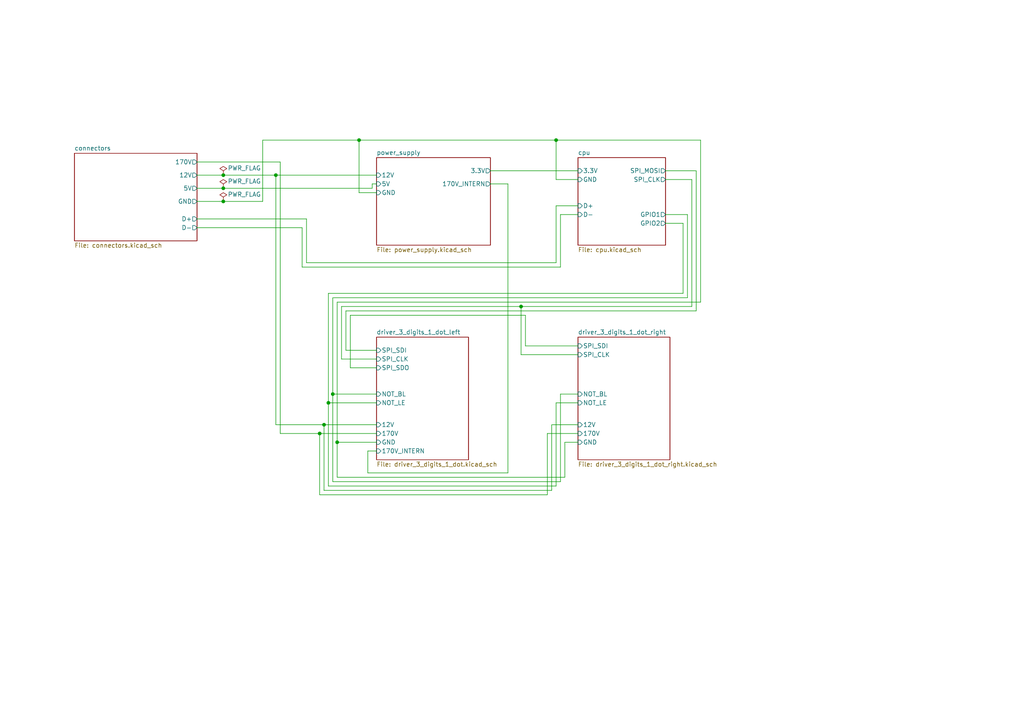
<source format=kicad_sch>
(kicad_sch (version 20250114) (generator "eeschema") (generator_version "9.0")
  (paper "A4")
  (title_block (title "Nixie clock") (date "2025-06-09") (rev "1.0") (company "embarque.ch"))
  (lib_symbols
    (symbol "power:PWR_FLAG" (power) (pin_numbers (hide yes)) (pin_names (offset 0) (hide yes))
      (property "Value" "PWR_FLAG" (at 0 3.81 0))
      (symbol "PWR_FLAG_0_0"
        (pin power_out line (at 0 0 90) (length 0) (name "~") (number "1"))
      )
      (symbol "PWR_FLAG_0_1"
        (polyline (pts (xy 0 0) (xy 0 1.27) (xy -1.016 1.905) (xy 0 2.54) (xy 1.016 1.905) (xy 0 1.27)))
      )
    )
  )
  (junction (at 64.77 50.8))
  (junction (at 64.77 54.61))
  (junction (at 104.14 40.64))
  (junction (at 95.25 116.84))
  (junction (at 80.01 50.8))
  (junction (at 97.79 128.27))
  (junction (at 161.29 40.64))
  (junction (at 151.13 88.9))
  (junction (at 93.98 123.19))
  (junction (at 92.71 125.73))
  (junction (at 96.52 114.3))
  (junction (at 64.77 58.42))
  (wire (pts (xy 199.39 62.23) (xy 199.39 86.36)))
  (wire (pts (xy 160.02 123.19) (xy 167.64 123.19)))
  (wire (pts (xy 161.29 40.64) (xy 161.29 52.07)))
  (wire (pts (xy 161.29 59.69) (xy 167.64 59.69)))
  (wire (pts (xy 151.13 88.9) (xy 151.13 102.87)))
  (wire (pts (xy 99.06 88.9) (xy 99.06 104.14)))
  (wire (pts (xy 200.66 52.07) (xy 193.04 52.07)))
  (wire (pts (xy 97.79 87.63) (xy 97.79 128.27)))
  (wire (pts (xy 100.33 90.17) (xy 100.33 101.6)))
  (wire (pts (xy 199.39 86.36) (xy 96.52 86.36)))
  (wire (pts (xy 100.33 90.17) (xy 201.93 90.17)))
  (wire (pts (xy 80.01 50.8) (xy 80.01 123.19)))
  (wire (pts (xy 162.56 77.47) (xy 162.56 62.23)))
  (wire (pts (xy 76.2 40.64) (xy 76.2 58.42)))
  (wire (pts (xy 100.33 101.6) (xy 109.22 101.6)))
  (wire (pts (xy 57.15 58.42) (xy 64.77 58.42)))
  (wire (pts (xy 193.04 62.23) (xy 199.39 62.23)))
  (wire (pts (xy 167.64 116.84) (xy 161.29 116.84)))
  (wire (pts (xy 161.29 116.84) (xy 161.29 140.97)))
  (wire (pts (xy 161.29 140.97) (xy 95.25 140.97)))
  (wire (pts (xy 95.25 116.84) (xy 109.22 116.84)))
  (wire (pts (xy 96.52 114.3) (xy 96.52 139.7)))
  (wire (pts (xy 97.79 128.27) (xy 109.22 128.27)))
  (wire (pts (xy 152.4 100.33) (xy 167.64 100.33)))
  (wire (pts (xy 106.68 130.81) (xy 106.68 137.16)))
  (wire (pts (xy 99.06 88.9) (xy 151.13 88.9)))
  (wire (pts (xy 80.01 50.8) (xy 109.22 50.8)))
  (wire (pts (xy 80.01 123.19) (xy 93.98 123.19)))
  (wire (pts (xy 107.95 54.61) (xy 107.95 53.34)))
  (wire (pts (xy 152.4 91.44) (xy 152.4 100.33)))
  (wire (pts (xy 147.32 137.16) (xy 147.32 53.34)))
  (wire (pts (xy 163.83 128.27) (xy 167.64 128.27)))
  (wire (pts (xy 160.02 142.24) (xy 160.02 123.19)))
  (wire (pts (xy 101.6 91.44) (xy 152.4 91.44)))
  (wire (pts (xy 57.15 54.61) (xy 64.77 54.61)))
  (wire (pts (xy 161.29 52.07) (xy 167.64 52.07)))
  (wire (pts (xy 151.13 102.87) (xy 167.64 102.87)))
  (wire (pts (xy 198.12 64.77) (xy 198.12 85.09)))
  (wire (pts (xy 96.52 139.7) (xy 162.56 139.7)))
  (wire (pts (xy 162.56 114.3) (xy 167.64 114.3)))
  (wire (pts (xy 57.15 66.04) (xy 87.63 66.04)))
  (wire (pts (xy 57.15 63.5) (xy 88.9 63.5)))
  (wire (pts (xy 198.12 85.09) (xy 95.25 85.09)))
  (wire (pts (xy 147.32 53.34) (xy 142.24 53.34)))
  (wire (pts (xy 106.68 137.16) (xy 147.32 137.16)))
  (wire (pts (xy 87.63 77.47) (xy 162.56 77.47)))
  (wire (pts (xy 64.77 50.8) (xy 80.01 50.8)))
  (wire (pts (xy 93.98 142.24) (xy 160.02 142.24)))
  (wire (pts (xy 142.24 49.53) (xy 167.64 49.53)))
  (wire (pts (xy 109.22 106.68) (xy 101.6 106.68)))
  (wire (pts (xy 76.2 40.64) (xy 104.14 40.64)))
  (wire (pts (xy 81.28 125.73) (xy 92.71 125.73)))
  (wire (pts (xy 97.79 128.27) (xy 97.79 138.43)))
  (wire (pts (xy 101.6 106.68) (xy 101.6 91.44)))
  (wire (pts (xy 87.63 66.04) (xy 87.63 77.47)))
  (wire (pts (xy 88.9 76.2) (xy 161.29 76.2)))
  (wire (pts (xy 64.77 54.61) (xy 107.95 54.61)))
  (wire (pts (xy 161.29 40.64) (xy 203.2 40.64)))
  (wire (pts (xy 96.52 86.36) (xy 96.52 114.3)))
  (wire (pts (xy 203.2 40.64) (xy 203.2 87.63)))
  (wire (pts (xy 201.93 49.53) (xy 193.04 49.53)))
  (wire (pts (xy 151.13 88.9) (xy 200.66 88.9)))
  (wire (pts (xy 109.22 130.81) (xy 106.68 130.81)))
  (wire (pts (xy 200.66 52.07) (xy 200.66 88.9)))
  (wire (pts (xy 104.14 55.88) (xy 109.22 55.88)))
  (wire (pts (xy 198.12 64.77) (xy 193.04 64.77)))
  (wire (pts (xy 81.28 46.99) (xy 81.28 125.73)))
  (wire (pts (xy 161.29 76.2) (xy 161.29 59.69)))
  (wire (pts (xy 95.25 85.09) (xy 95.25 116.84)))
  (wire (pts (xy 162.56 139.7) (xy 162.56 114.3)))
  (wire (pts (xy 95.25 140.97) (xy 95.25 116.84)))
  (wire (pts (xy 97.79 138.43) (xy 163.83 138.43)))
  (wire (pts (xy 93.98 123.19) (xy 109.22 123.19)))
  (wire (pts (xy 88.9 63.5) (xy 88.9 76.2)))
  (wire (pts (xy 57.15 46.99) (xy 81.28 46.99)))
  (wire (pts (xy 158.75 143.51) (xy 158.75 125.73)))
  (wire (pts (xy 158.75 125.73) (xy 167.64 125.73)))
  (wire (pts (xy 104.14 40.64) (xy 161.29 40.64)))
  (wire (pts (xy 96.52 114.3) (xy 109.22 114.3)))
  (wire (pts (xy 57.15 50.8) (xy 64.77 50.8)))
  (wire (pts (xy 99.06 104.14) (xy 109.22 104.14)))
  (wire (pts (xy 64.77 58.42) (xy 76.2 58.42)))
  (wire (pts (xy 92.71 125.73) (xy 109.22 125.73)))
  (wire (pts (xy 203.2 87.63) (xy 97.79 87.63)))
  (wire (pts (xy 93.98 123.19) (xy 93.98 142.24)))
  (wire (pts (xy 201.93 90.17) (xy 201.93 49.53)))
  (wire (pts (xy 163.83 138.43) (xy 163.83 128.27)))
  (wire (pts (xy 104.14 40.64) (xy 104.14 55.88)))
  (wire (pts (xy 92.71 125.73) (xy 92.71 143.51)))
  (wire (pts (xy 162.56 62.23) (xy 167.64 62.23)))
  (wire (pts (xy 92.71 143.51) (xy 158.75 143.51)))
  (wire (pts (xy 107.95 53.34) (xy 109.22 53.34)))
  (symbol (lib_id "power:PWR_FLAG") (at 64.77 50.8 0) (unit 1)
    (property "Reference" "#FLG01" (effects (hide yes)))
    (property "Value" "PWR_FLAG" (at 70.866 48.768 0))
    (property "Description" "Special symbol for telling ERC where power comes from" (effects (hide yes)))
  )
  (symbol (lib_id "power:PWR_FLAG") (at 64.77 54.61 0) (unit 1)
    (property "Reference" "#FLG02" (effects (hide yes)))
    (property "Value" "PWR_FLAG" (at 70.866 52.578 0))
    (property "Description" "Special symbol for telling ERC where power comes from" (effects (hide yes)))
  )
  (symbol (lib_id "power:PWR_FLAG") (at 64.77 58.42 0) (unit 1)
    (property "Reference" "#FLG05" (effects (hide yes)))
    (property "Value" "PWR_FLAG" (at 70.866 56.388 0))
    (property "Description" "Special symbol for telling ERC where power comes from" (effects (hide yes)))
  )
  (sheet (at 109.22 45.72) (size 33.02 25.4) (stroke (width 0.1524))
    (property "Sheetname" "power_supply" (at 109.22 45.0084 0) (effects (justify left bottom)))
    (property "Sheetfile" "power_supply.kicad_sch" (at 109.22 71.7046 0) (effects (justify left top)))
    (pin "3.3V" output (at 142.24 49.53 0))
    (pin "12V" input (at 109.22 50.8 180))
    (pin "GND" input (at 109.22 55.88 180))
    (pin "5V" input (at 109.22 53.34 180))
    (pin "170V_INTERN" output (at 142.24 53.34 0))
  )
  (sheet (at 109.22 97.79) (size 26.67 35.56) (stroke (width 0.1524))
    (property "Sheetname" "driver_3_digits_1_dot_left" (at 109.22 97.0784 0) (effects (justify left bottom)))
    (property "Sheetfile" "driver_3_digits_1_dot.kicad_sch" (at 109.22 133.9346 0) (effects (justify left top)))
    (pin "NOT_LE" input (at 109.22 116.84 180))
    (pin "170V" input (at 109.22 125.73 180))
    (pin "GND" input (at 109.22 128.27 180))
    (pin "NOT_BL" input (at 109.22 114.3 180))
    (pin "SPI_CLK" input (at 109.22 104.14 180))
    (pin "12V" input (at 109.22 123.19 180))
    (pin "SPI_SDI" input (at 109.22 101.6 180))
    (pin "SPI_SDO" input (at 109.22 106.68 180))
    (pin "170V_INTERN" input (at 109.22 130.81 180))
  )
  (sheet (at 21.59 44.45) (size 35.56 25.4) (stroke (width 0.1524))
    (property "Sheetname" "connectors" (at 21.59 43.7384 0) (effects (justify left bottom)))
    (property "Sheetfile" "connectors.kicad_sch" (at 21.59 70.4346 0) (effects (justify left top)))
    (pin "5V" output (at 57.15 54.61 0))
    (pin "D+" output (at 57.15 63.5 0))
    (pin "D-" output (at 57.15 66.04 0))
    (pin "GND" output (at 57.15 58.42 0))
    (pin "12V" output (at 57.15 50.8 0))
    (pin "170V" output (at 57.15 46.99 0))
  )
  (sheet (at 167.64 45.72) (size 25.4 25.4) (stroke (width 0.1524))
    (property "Sheetname" "cpu" (at 167.64 45.0084 0) (effects (justify left bottom)))
    (property "Sheetfile" "cpu.kicad_sch" (at 167.64 71.7046 0) (effects (justify left top)))
    (pin "3.3V" input (at 167.64 49.53 180))
    (pin "D+" input (at 167.64 59.69 180))
    (pin "D-" input (at 167.64 62.23 180))
    (pin "GND" input (at 167.64 52.07 180))
    (pin "SPI_CLK" output (at 193.04 52.07 0))
    (pin "SPI_MOSI" output (at 193.04 49.53 0))
    (pin "GPIO1" output (at 193.04 62.23 0))
    (pin "GPIO2" output (at 193.04 64.77 0))
  )
  (sheet (at 167.64 97.79) (size 26.67 35.56) (stroke (width 0.1524))
    (property "Sheetname" "driver_3_digits_1_dot_right" (at 167.64 97.0784 0) (effects (justify left bottom)))
    (property "Sheetfile" "driver_3_digits_1_dot_right.kicad_sch" (at 167.64 133.9346 0) (effects (justify left top)))
    (pin "12V" input (at 167.64 123.19 180))
    (pin "170V" input (at 167.64 125.73 180))
    (pin "GND" input (at 167.64 128.27 180))
    (pin "NOT_BL" input (at 167.64 114.3 180))
    (pin "NOT_LE" input (at 167.64 116.84 180))
    (pin "SPI_CLK" input (at 167.64 102.87 180))
    (pin "SPI_SDI" input (at 167.64 100.33 180))
  )
)
</source>
